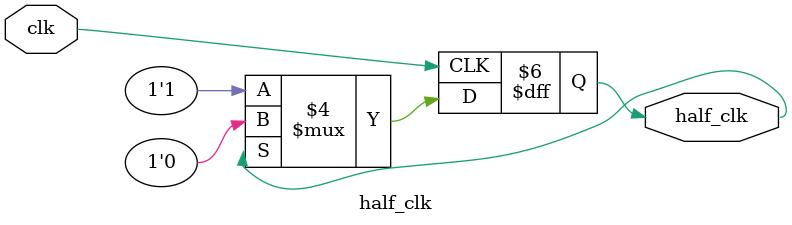
<source format=v>
module half_clk(
    input clk,
    output half_clk
);

reg clk_half;

always @(posedge clk)
begin
	if(clk)
	begin
		if(half_clk == 1'd1)
			half_clk <= 1'd0;
		else
			half_clk <= 1'd1;
	end
	else
		half_clk <= half_clk;
end

endmodule
</source>
